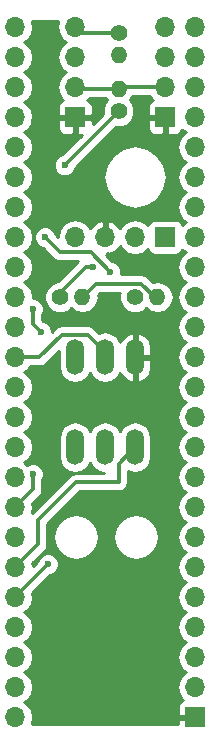
<source format=gbl>
G04 #@! TF.FileFunction,Copper,L2,Bot,Signal*
%FSLAX46Y46*%
G04 Gerber Fmt 4.6, Leading zero omitted, Abs format (unit mm)*
G04 Created by KiCad (PCBNEW 4.0.6) date 05/30/17 16:39:26*
%MOMM*%
%LPD*%
G01*
G04 APERTURE LIST*
%ADD10C,0.100000*%
%ADD11R,1.700000X1.700000*%
%ADD12O,1.700000X1.700000*%
%ADD13O,1.510000X3.010000*%
%ADD14C,1.400000*%
%ADD15O,1.400000X1.400000*%
%ADD16C,0.600000*%
%ADD17C,0.300000*%
%ADD18C,0.254000*%
G04 APERTURE END LIST*
D10*
D11*
X6350000Y52070000D03*
D12*
X6350000Y54610000D03*
X6350000Y57150000D03*
X6350000Y59690000D03*
D11*
X13970000Y41910000D03*
D12*
X11430000Y41910000D03*
X8890000Y41910000D03*
X6350000Y41910000D03*
D11*
X13970000Y52070000D03*
D12*
X13970000Y54610000D03*
X13970000Y57150000D03*
X13970000Y59690000D03*
D13*
X6350000Y24130000D03*
X8890000Y24130000D03*
X11430000Y24130000D03*
X6350000Y31750000D03*
X8890000Y31750000D03*
X11430000Y31750000D03*
D14*
X5080000Y36830000D03*
D15*
X6980000Y36830000D03*
D14*
X10040000Y52580000D03*
D15*
X10040000Y54480000D03*
D14*
X11430000Y36830000D03*
D15*
X13330000Y36830000D03*
D14*
X10040000Y59200000D03*
D15*
X10040000Y57300000D03*
D11*
X16510000Y1270000D03*
D12*
X1270000Y1270000D03*
X16510000Y3810000D03*
X1270000Y3810000D03*
X16510000Y6350000D03*
X1270000Y6350000D03*
X16510000Y8890000D03*
X1270000Y8890000D03*
X16510000Y11430000D03*
X1270000Y11430000D03*
X16510000Y13970000D03*
X1270000Y13970000D03*
X16510000Y16510000D03*
X1270000Y16510000D03*
X16510000Y19050000D03*
X1270000Y19050000D03*
X16510000Y21590000D03*
X1270000Y21590000D03*
X16510000Y24130000D03*
X1270000Y24130000D03*
X16510000Y26670000D03*
X1270000Y26670000D03*
X16510000Y29210000D03*
X1270000Y29210000D03*
X16510000Y31750000D03*
X1270000Y31750000D03*
X16510000Y34290000D03*
X1270000Y34290000D03*
X16510000Y36830000D03*
X1270000Y36830000D03*
X16510000Y39370000D03*
X1270000Y39370000D03*
X16510000Y41910000D03*
X1270000Y41910000D03*
X16510000Y44450000D03*
X1270000Y44450000D03*
X16510000Y46990000D03*
X1270000Y46990000D03*
X16510000Y49530000D03*
X1270000Y49530000D03*
X16510000Y52070000D03*
X1270000Y52070000D03*
X16510000Y54610000D03*
X1270000Y54610000D03*
X16510000Y57150000D03*
X1270000Y57150000D03*
X16510000Y59690000D03*
X1270000Y59690000D03*
D16*
X9343684Y38973990D03*
X3810000Y41910000D03*
X7874000Y39370000D03*
X5461000Y48006000D03*
X2794000Y35814000D03*
X3429000Y33909000D03*
X2794000Y21844000D03*
X4064000Y14224000D03*
D17*
X5080000Y40640000D02*
X7677674Y40640000D01*
X7677674Y40640000D02*
X9343684Y38973990D01*
X3810000Y41910000D02*
X5080000Y40640000D01*
X6350000Y59690000D02*
X6858000Y59182000D01*
X6858000Y59182000D02*
X10033000Y59182000D01*
X10033000Y59182000D02*
X10040000Y59200000D01*
X5080000Y36830000D02*
X5080000Y37211000D01*
X5080000Y37211000D02*
X7239000Y39370000D01*
X7239000Y39370000D02*
X7874000Y39370000D01*
X10040000Y52580000D02*
X10033000Y52578000D01*
X10033000Y52578000D02*
X5461000Y48006000D01*
X2794000Y35814000D02*
X2794000Y34544000D01*
X2794000Y34544000D02*
X3429000Y33909000D01*
X2794000Y21844000D02*
X2794000Y20574000D01*
X2794000Y20574000D02*
X1270000Y19050000D01*
X8890000Y31750000D02*
X8890000Y32201748D01*
X8890000Y32201748D02*
X7436748Y33655000D01*
X7436748Y33655000D02*
X5207000Y33655000D01*
X5207000Y33655000D02*
X3302000Y31750000D01*
X3302000Y31750000D02*
X1270000Y31750000D01*
X6980000Y36830000D02*
X6985000Y36830000D01*
X6985000Y36830000D02*
X8128000Y37973000D01*
X8128000Y37973000D02*
X11938000Y37973000D01*
X13081000Y36830000D02*
X13330000Y36830000D01*
X11938000Y37973000D02*
X13081000Y36830000D01*
X10040000Y54480000D02*
X10033000Y54483000D01*
X10033000Y54483000D02*
X10160000Y54610000D01*
X10160000Y54610000D02*
X13970000Y54610000D01*
X6350000Y54610000D02*
X6477000Y54483000D01*
X6477000Y54483000D02*
X10033000Y54483000D01*
X1270000Y11430000D02*
X4064000Y14224000D01*
X1270000Y13970000D02*
X3230456Y15930456D01*
X3230456Y15930456D02*
X3230456Y17980669D01*
X3230456Y17980669D02*
X6424124Y21174337D01*
X6424124Y21174337D02*
X10033000Y21174337D01*
X10033000Y21174337D02*
X10033000Y22733000D01*
X10033000Y22733000D02*
X11430000Y24130000D01*
D18*
G36*
X4835907Y59690000D02*
X4948946Y59121715D01*
X5270853Y58639946D01*
X5600026Y58420000D01*
X5270853Y58200054D01*
X4948946Y57718285D01*
X4835907Y57150000D01*
X4948946Y56581715D01*
X5270853Y56099946D01*
X5600026Y55880000D01*
X5270853Y55660054D01*
X4948946Y55178285D01*
X4835907Y54610000D01*
X4948946Y54041715D01*
X5270853Y53559946D01*
X5314777Y53530597D01*
X5140302Y53458327D01*
X4961673Y53279699D01*
X4865000Y53046310D01*
X4865000Y52355750D01*
X5023750Y52197000D01*
X6223000Y52197000D01*
X6223000Y52217000D01*
X6477000Y52217000D01*
X6477000Y52197000D01*
X7676250Y52197000D01*
X7835000Y52355750D01*
X7835000Y53046310D01*
X7738327Y53279699D01*
X7559698Y53458327D01*
X7385223Y53530597D01*
X7429147Y53559946D01*
X7521392Y53698000D01*
X8970300Y53698000D01*
X9090348Y53518334D01*
X8908902Y53337204D01*
X8705232Y52846713D01*
X8704808Y52359966D01*
X7835000Y51490158D01*
X7835000Y51784250D01*
X7676250Y51943000D01*
X6477000Y51943000D01*
X6477000Y50743750D01*
X6635750Y50585000D01*
X6929842Y50585000D01*
X5285995Y48941153D01*
X5275833Y48941162D01*
X4932057Y48799117D01*
X4668808Y48536327D01*
X4526162Y48192799D01*
X4525838Y47820833D01*
X4667883Y47477057D01*
X4930673Y47213808D01*
X5274201Y47071162D01*
X5646167Y47070838D01*
X5989943Y47212883D01*
X6253192Y47475673D01*
X6395838Y47819201D01*
X6395848Y47830690D01*
X9810358Y51245200D01*
X10304383Y51244769D01*
X10795229Y51447582D01*
X11132484Y51784250D01*
X12485000Y51784250D01*
X12485000Y51093690D01*
X12581673Y50860301D01*
X12760302Y50681673D01*
X12993691Y50585000D01*
X13684250Y50585000D01*
X13843000Y50743750D01*
X13843000Y51943000D01*
X12643750Y51943000D01*
X12485000Y51784250D01*
X11132484Y51784250D01*
X11171098Y51822796D01*
X11374768Y52313287D01*
X11375231Y52844383D01*
X11172418Y53335229D01*
X10989644Y53518322D01*
X11194558Y53825000D01*
X12713750Y53825000D01*
X12890853Y53559946D01*
X12934777Y53530597D01*
X12760302Y53458327D01*
X12581673Y53279699D01*
X12485000Y53046310D01*
X12485000Y52355750D01*
X12643750Y52197000D01*
X13843000Y52197000D01*
X13843000Y52217000D01*
X14097000Y52217000D01*
X14097000Y52197000D01*
X14117000Y52197000D01*
X14117000Y51943000D01*
X14097000Y51943000D01*
X14097000Y50743750D01*
X14255750Y50585000D01*
X14946309Y50585000D01*
X15179698Y50681673D01*
X15358327Y50860301D01*
X15426903Y51025858D01*
X15430853Y51019946D01*
X15760026Y50800000D01*
X15430853Y50580054D01*
X15108946Y50098285D01*
X14995907Y49530000D01*
X15108946Y48961715D01*
X15430853Y48479946D01*
X15760026Y48260000D01*
X15430853Y48040054D01*
X15108946Y47558285D01*
X14995907Y46990000D01*
X15108946Y46421715D01*
X15430853Y45939946D01*
X15760026Y45720000D01*
X15430853Y45500054D01*
X15108946Y45018285D01*
X14995907Y44450000D01*
X15108946Y43881715D01*
X15430853Y43399946D01*
X15760026Y43180000D01*
X15430853Y42960054D01*
X15430029Y42958821D01*
X15423162Y42995317D01*
X15284090Y43211441D01*
X15071890Y43356431D01*
X14820000Y43407440D01*
X13120000Y43407440D01*
X12884683Y43363162D01*
X12668559Y43224090D01*
X12523569Y43011890D01*
X12509914Y42944459D01*
X12480054Y42989147D01*
X11998285Y43311054D01*
X11430000Y43424093D01*
X10861715Y43311054D01*
X10379946Y42989147D01*
X10152298Y42648447D01*
X10085183Y42791358D01*
X9656924Y43181645D01*
X9246890Y43351476D01*
X9017000Y43230155D01*
X9017000Y42037000D01*
X9037000Y42037000D01*
X9037000Y41783000D01*
X9017000Y41783000D01*
X9017000Y41763000D01*
X8763000Y41763000D01*
X8763000Y41783000D01*
X8743000Y41783000D01*
X8743000Y42037000D01*
X8763000Y42037000D01*
X8763000Y43230155D01*
X8533110Y43351476D01*
X8123076Y43181645D01*
X7694817Y42791358D01*
X7627702Y42648447D01*
X7400054Y42989147D01*
X6918285Y43311054D01*
X6350000Y43424093D01*
X5781715Y43311054D01*
X5299946Y42989147D01*
X4978039Y42507378D01*
X4869324Y41960834D01*
X4745153Y42085005D01*
X4745162Y42095167D01*
X4603117Y42438943D01*
X4340327Y42702192D01*
X3996799Y42844838D01*
X3624833Y42845162D01*
X3281057Y42703117D01*
X3017808Y42440327D01*
X2875162Y42096799D01*
X2874838Y41724833D01*
X3016883Y41381057D01*
X3279673Y41117808D01*
X3623201Y40975162D01*
X3634690Y40975152D01*
X4524921Y40084921D01*
X4779593Y39914755D01*
X5080000Y39855000D01*
X6613842Y39855000D01*
X4923979Y38165137D01*
X4815617Y38165231D01*
X4324771Y37962418D01*
X3948902Y37587204D01*
X3745232Y37096713D01*
X3744769Y36565617D01*
X3947582Y36074771D01*
X4322796Y35698902D01*
X4813287Y35495232D01*
X5344383Y35494769D01*
X5835229Y35697582D01*
X6018322Y35880356D01*
X6442964Y35596621D01*
X6953846Y35495000D01*
X7006154Y35495000D01*
X7517036Y35596621D01*
X7950142Y35886012D01*
X8239533Y36319118D01*
X8341154Y36830000D01*
X8300341Y37035183D01*
X8453158Y37188000D01*
X10133138Y37188000D01*
X10095232Y37096713D01*
X10094769Y36565617D01*
X10297582Y36074771D01*
X10672796Y35698902D01*
X11163287Y35495232D01*
X11694383Y35494769D01*
X12185229Y35697582D01*
X12368322Y35880356D01*
X12792964Y35596621D01*
X13303846Y35495000D01*
X13356154Y35495000D01*
X13867036Y35596621D01*
X14300142Y35886012D01*
X14589533Y36319118D01*
X14691154Y36830000D01*
X14589533Y37340882D01*
X14300142Y37773988D01*
X13867036Y38063379D01*
X13356154Y38165000D01*
X13303846Y38165000D01*
X12930434Y38090724D01*
X12493079Y38528079D01*
X12238407Y38698245D01*
X11938000Y38758000D01*
X10266401Y38758000D01*
X10278522Y38787191D01*
X10278846Y39159157D01*
X10136801Y39502933D01*
X9874011Y39766182D01*
X9530483Y39908828D01*
X9518994Y39908838D01*
X9002832Y40425000D01*
X9017002Y40425000D01*
X9017002Y40589844D01*
X9246890Y40468524D01*
X9656924Y40638355D01*
X10085183Y41028642D01*
X10152298Y41171553D01*
X10379946Y40830853D01*
X10861715Y40508946D01*
X11430000Y40395907D01*
X11998285Y40508946D01*
X12480054Y40830853D01*
X12507850Y40872452D01*
X12516838Y40824683D01*
X12655910Y40608559D01*
X12868110Y40463569D01*
X13120000Y40412560D01*
X14820000Y40412560D01*
X15055317Y40456838D01*
X15271441Y40595910D01*
X15416431Y40808110D01*
X15427841Y40864454D01*
X15430853Y40859946D01*
X15760026Y40640000D01*
X15430853Y40420054D01*
X15108946Y39938285D01*
X14995907Y39370000D01*
X15108946Y38801715D01*
X15430853Y38319946D01*
X15760026Y38100000D01*
X15430853Y37880054D01*
X15108946Y37398285D01*
X14995907Y36830000D01*
X15108946Y36261715D01*
X15430853Y35779946D01*
X15760026Y35560000D01*
X15430853Y35340054D01*
X15108946Y34858285D01*
X14995907Y34290000D01*
X15108946Y33721715D01*
X15430853Y33239946D01*
X15760026Y33020000D01*
X15430853Y32800054D01*
X15108946Y32318285D01*
X14995907Y31750000D01*
X15108946Y31181715D01*
X15430853Y30699946D01*
X15760026Y30480000D01*
X15430853Y30260054D01*
X15108946Y29778285D01*
X14995907Y29210000D01*
X15108946Y28641715D01*
X15430853Y28159946D01*
X15760026Y27940000D01*
X15430853Y27720054D01*
X15108946Y27238285D01*
X14995907Y26670000D01*
X15108946Y26101715D01*
X15430853Y25619946D01*
X15760026Y25400000D01*
X15430853Y25180054D01*
X15108946Y24698285D01*
X14995907Y24130000D01*
X15108946Y23561715D01*
X15430853Y23079946D01*
X15760026Y22860000D01*
X15430853Y22640054D01*
X15108946Y22158285D01*
X14995907Y21590000D01*
X15108946Y21021715D01*
X15430853Y20539946D01*
X15760026Y20320000D01*
X15430853Y20100054D01*
X15108946Y19618285D01*
X14995907Y19050000D01*
X15108946Y18481715D01*
X15430853Y17999946D01*
X15760026Y17780000D01*
X15430853Y17560054D01*
X15108946Y17078285D01*
X14995907Y16510000D01*
X15108946Y15941715D01*
X15430853Y15459946D01*
X15760026Y15240000D01*
X15430853Y15020054D01*
X15108946Y14538285D01*
X14995907Y13970000D01*
X15108946Y13401715D01*
X15430853Y12919946D01*
X15760026Y12700000D01*
X15430853Y12480054D01*
X15108946Y11998285D01*
X14995907Y11430000D01*
X15108946Y10861715D01*
X15430853Y10379946D01*
X15760026Y10160000D01*
X15430853Y9940054D01*
X15108946Y9458285D01*
X14995907Y8890000D01*
X15108946Y8321715D01*
X15430853Y7839946D01*
X15760026Y7620000D01*
X15430853Y7400054D01*
X15108946Y6918285D01*
X14995907Y6350000D01*
X15108946Y5781715D01*
X15430853Y5299946D01*
X15760026Y5080000D01*
X15430853Y4860054D01*
X15108946Y4378285D01*
X14995907Y3810000D01*
X15108946Y3241715D01*
X15430853Y2759946D01*
X15474777Y2730597D01*
X15300302Y2658327D01*
X15121673Y2479699D01*
X15025000Y2246310D01*
X15025000Y1555750D01*
X15183750Y1397000D01*
X16383000Y1397000D01*
X16383000Y1417000D01*
X16637000Y1417000D01*
X16637000Y1397000D01*
X16657000Y1397000D01*
X16657000Y1143000D01*
X16637000Y1143000D01*
X16637000Y1123000D01*
X16383000Y1123000D01*
X16383000Y1143000D01*
X15183750Y1143000D01*
X15025000Y984250D01*
X15025000Y710000D01*
X2672702Y710000D01*
X2784093Y1270000D01*
X2671054Y1838285D01*
X2349147Y2320054D01*
X2019974Y2540000D01*
X2349147Y2759946D01*
X2671054Y3241715D01*
X2784093Y3810000D01*
X2671054Y4378285D01*
X2349147Y4860054D01*
X2019974Y5080000D01*
X2349147Y5299946D01*
X2671054Y5781715D01*
X2784093Y6350000D01*
X2671054Y6918285D01*
X2349147Y7400054D01*
X2019974Y7620000D01*
X2349147Y7839946D01*
X2671054Y8321715D01*
X2784093Y8890000D01*
X2671054Y9458285D01*
X2349147Y9940054D01*
X2019974Y10160000D01*
X2349147Y10379946D01*
X2671054Y10861715D01*
X2784093Y11430000D01*
X2717076Y11766918D01*
X4239005Y13288847D01*
X4249167Y13288838D01*
X4592943Y13430883D01*
X4856192Y13693673D01*
X4998838Y14037201D01*
X4999162Y14409167D01*
X4857117Y14752943D01*
X4594327Y15016192D01*
X4250799Y15158838D01*
X3878833Y15159162D01*
X3535057Y15017117D01*
X3271808Y14754327D01*
X3129162Y14410799D01*
X3129152Y14399310D01*
X2770115Y14040273D01*
X2717076Y14306918D01*
X3785532Y15375375D01*
X3785535Y15375377D01*
X3955701Y15630050D01*
X4015456Y15930456D01*
X4015456Y16510000D01*
X4475000Y16510000D01*
X4622293Y15769508D01*
X5041748Y15141748D01*
X5669508Y14722293D01*
X6410000Y14575000D01*
X7150492Y14722293D01*
X7778252Y15141748D01*
X8197707Y15769508D01*
X8345000Y16510000D01*
X9555000Y16510000D01*
X9702293Y15769508D01*
X10121748Y15141748D01*
X10749508Y14722293D01*
X11490000Y14575000D01*
X12230492Y14722293D01*
X12858252Y15141748D01*
X13277707Y15769508D01*
X13425000Y16510000D01*
X13277707Y17250492D01*
X12858252Y17878252D01*
X12230492Y18297707D01*
X11490000Y18445000D01*
X10749508Y18297707D01*
X10121748Y17878252D01*
X9702293Y17250492D01*
X9555000Y16510000D01*
X8345000Y16510000D01*
X8197707Y17250492D01*
X7778252Y17878252D01*
X7150492Y18297707D01*
X6410000Y18445000D01*
X5669508Y18297707D01*
X5041748Y17878252D01*
X4622293Y17250492D01*
X4475000Y16510000D01*
X4015456Y16510000D01*
X4015456Y17655511D01*
X6749282Y20389337D01*
X10033000Y20389337D01*
X10333406Y20449092D01*
X10588079Y20619258D01*
X10758245Y20873931D01*
X10818000Y21174337D01*
X10818000Y22107383D01*
X10898070Y22053882D01*
X11430000Y21948075D01*
X11961930Y22053882D01*
X12412878Y22355197D01*
X12714193Y22806145D01*
X12820000Y23338075D01*
X12820000Y24921925D01*
X12714193Y25453855D01*
X12412878Y25904803D01*
X11961930Y26206118D01*
X11430000Y26311925D01*
X10898070Y26206118D01*
X10447122Y25904803D01*
X10160000Y25475096D01*
X9872878Y25904803D01*
X9421930Y26206118D01*
X8890000Y26311925D01*
X8358070Y26206118D01*
X7907122Y25904803D01*
X7620000Y25475096D01*
X7332878Y25904803D01*
X6881930Y26206118D01*
X6350000Y26311925D01*
X5818070Y26206118D01*
X5367122Y25904803D01*
X5065807Y25453855D01*
X4960000Y24921925D01*
X4960000Y23338075D01*
X5065807Y22806145D01*
X5367122Y22355197D01*
X5818070Y22053882D01*
X6350000Y21948075D01*
X6881930Y22053882D01*
X7332878Y22355197D01*
X7620000Y22784904D01*
X7907122Y22355197D01*
X8358070Y22053882D01*
X8833382Y21959337D01*
X6424129Y21959337D01*
X6424124Y21959338D01*
X6123718Y21899582D01*
X5869045Y21729416D01*
X2683397Y18543768D01*
X2784093Y19050000D01*
X2717076Y19386918D01*
X3349076Y20018919D01*
X3349079Y20018921D01*
X3519245Y20273594D01*
X3579000Y20574000D01*
X3579000Y21306494D01*
X3586192Y21313673D01*
X3728838Y21657201D01*
X3729162Y22029167D01*
X3587117Y22372943D01*
X3324327Y22636192D01*
X2980799Y22778838D01*
X2608833Y22779162D01*
X2319732Y22659708D01*
X2019974Y22860000D01*
X2349147Y23079946D01*
X2671054Y23561715D01*
X2784093Y24130000D01*
X2671054Y24698285D01*
X2349147Y25180054D01*
X2019974Y25400000D01*
X2349147Y25619946D01*
X2671054Y26101715D01*
X2784093Y26670000D01*
X2671054Y27238285D01*
X2349147Y27720054D01*
X2019974Y27940000D01*
X2349147Y28159946D01*
X2671054Y28641715D01*
X2784093Y29210000D01*
X2671054Y29778285D01*
X2349147Y30260054D01*
X2019974Y30480000D01*
X2349147Y30699946D01*
X2526250Y30965000D01*
X3302000Y30965000D01*
X3602407Y31024755D01*
X3857079Y31194921D01*
X4960000Y32297842D01*
X4960000Y30958075D01*
X5065807Y30426145D01*
X5367122Y29975197D01*
X5818070Y29673882D01*
X6350000Y29568075D01*
X6881930Y29673882D01*
X7332878Y29975197D01*
X7620000Y30404904D01*
X7907122Y29975197D01*
X8358070Y29673882D01*
X8890000Y29568075D01*
X9421930Y29673882D01*
X9872878Y29975197D01*
X10172751Y30423987D01*
X10194408Y30350737D01*
X10536924Y29927319D01*
X11015403Y29667207D01*
X11088029Y29652723D01*
X11303000Y29775317D01*
X11303000Y31623000D01*
X11557000Y31623000D01*
X11557000Y29775317D01*
X11771971Y29652723D01*
X11844597Y29667207D01*
X12323076Y29927319D01*
X12665592Y30350737D01*
X12820000Y30873000D01*
X12820000Y31623000D01*
X11557000Y31623000D01*
X11303000Y31623000D01*
X11283000Y31623000D01*
X11283000Y31877000D01*
X11303000Y31877000D01*
X11303000Y33724683D01*
X11557000Y33724683D01*
X11557000Y31877000D01*
X12820000Y31877000D01*
X12820000Y32627000D01*
X12665592Y33149263D01*
X12323076Y33572681D01*
X11844597Y33832793D01*
X11771971Y33847277D01*
X11557000Y33724683D01*
X11303000Y33724683D01*
X11088029Y33847277D01*
X11015403Y33832793D01*
X10536924Y33572681D01*
X10194408Y33149263D01*
X10172751Y33076013D01*
X9872878Y33524803D01*
X9421930Y33826118D01*
X8890000Y33931925D01*
X8372848Y33829058D01*
X7991827Y34210079D01*
X7737155Y34380245D01*
X7436748Y34440000D01*
X5207000Y34440000D01*
X4906594Y34380245D01*
X4651921Y34210079D01*
X4364012Y33922170D01*
X4364162Y34094167D01*
X4222117Y34437943D01*
X3959327Y34701192D01*
X3615799Y34843838D01*
X3604310Y34843848D01*
X3579000Y34869158D01*
X3579000Y35276494D01*
X3586192Y35283673D01*
X3728838Y35627201D01*
X3729162Y35999167D01*
X3587117Y36342943D01*
X3324327Y36606192D01*
X2980799Y36748838D01*
X2767986Y36749023D01*
X2784093Y36830000D01*
X2671054Y37398285D01*
X2349147Y37880054D01*
X2019974Y38100000D01*
X2349147Y38319946D01*
X2671054Y38801715D01*
X2784093Y39370000D01*
X2671054Y39938285D01*
X2349147Y40420054D01*
X2019974Y40640000D01*
X2349147Y40859946D01*
X2671054Y41341715D01*
X2784093Y41910000D01*
X2671054Y42478285D01*
X2349147Y42960054D01*
X2019974Y43180000D01*
X2349147Y43399946D01*
X2671054Y43881715D01*
X2784093Y44450000D01*
X2671054Y45018285D01*
X2349147Y45500054D01*
X2019974Y45720000D01*
X2349147Y45939946D01*
X2671054Y46421715D01*
X2784093Y46990000D01*
X8745000Y46990000D01*
X8949383Y45962495D01*
X9531418Y45091418D01*
X10402495Y44509383D01*
X11430000Y44305000D01*
X12457505Y44509383D01*
X13328582Y45091418D01*
X13910617Y45962495D01*
X14115000Y46990000D01*
X13910617Y48017505D01*
X13328582Y48888582D01*
X12457505Y49470617D01*
X11430000Y49675000D01*
X10402495Y49470617D01*
X9531418Y48888582D01*
X8949383Y48017505D01*
X8745000Y46990000D01*
X2784093Y46990000D01*
X2671054Y47558285D01*
X2349147Y48040054D01*
X2019974Y48260000D01*
X2349147Y48479946D01*
X2671054Y48961715D01*
X2784093Y49530000D01*
X2671054Y50098285D01*
X2349147Y50580054D01*
X2019974Y50800000D01*
X2349147Y51019946D01*
X2671054Y51501715D01*
X2727253Y51784250D01*
X4865000Y51784250D01*
X4865000Y51093690D01*
X4961673Y50860301D01*
X5140302Y50681673D01*
X5373691Y50585000D01*
X6064250Y50585000D01*
X6223000Y50743750D01*
X6223000Y51943000D01*
X5023750Y51943000D01*
X4865000Y51784250D01*
X2727253Y51784250D01*
X2784093Y52070000D01*
X2671054Y52638285D01*
X2349147Y53120054D01*
X2019974Y53340000D01*
X2349147Y53559946D01*
X2671054Y54041715D01*
X2784093Y54610000D01*
X2671054Y55178285D01*
X2349147Y55660054D01*
X2019974Y55880000D01*
X2349147Y56099946D01*
X2671054Y56581715D01*
X2784093Y57150000D01*
X2671054Y57718285D01*
X2349147Y58200054D01*
X2019974Y58420000D01*
X2349147Y58639946D01*
X2671054Y59121715D01*
X2784093Y59690000D01*
X2672702Y60250000D01*
X4947298Y60250000D01*
X4835907Y59690000D01*
X4835907Y59690000D01*
G37*
X4835907Y59690000D02*
X4948946Y59121715D01*
X5270853Y58639946D01*
X5600026Y58420000D01*
X5270853Y58200054D01*
X4948946Y57718285D01*
X4835907Y57150000D01*
X4948946Y56581715D01*
X5270853Y56099946D01*
X5600026Y55880000D01*
X5270853Y55660054D01*
X4948946Y55178285D01*
X4835907Y54610000D01*
X4948946Y54041715D01*
X5270853Y53559946D01*
X5314777Y53530597D01*
X5140302Y53458327D01*
X4961673Y53279699D01*
X4865000Y53046310D01*
X4865000Y52355750D01*
X5023750Y52197000D01*
X6223000Y52197000D01*
X6223000Y52217000D01*
X6477000Y52217000D01*
X6477000Y52197000D01*
X7676250Y52197000D01*
X7835000Y52355750D01*
X7835000Y53046310D01*
X7738327Y53279699D01*
X7559698Y53458327D01*
X7385223Y53530597D01*
X7429147Y53559946D01*
X7521392Y53698000D01*
X8970300Y53698000D01*
X9090348Y53518334D01*
X8908902Y53337204D01*
X8705232Y52846713D01*
X8704808Y52359966D01*
X7835000Y51490158D01*
X7835000Y51784250D01*
X7676250Y51943000D01*
X6477000Y51943000D01*
X6477000Y50743750D01*
X6635750Y50585000D01*
X6929842Y50585000D01*
X5285995Y48941153D01*
X5275833Y48941162D01*
X4932057Y48799117D01*
X4668808Y48536327D01*
X4526162Y48192799D01*
X4525838Y47820833D01*
X4667883Y47477057D01*
X4930673Y47213808D01*
X5274201Y47071162D01*
X5646167Y47070838D01*
X5989943Y47212883D01*
X6253192Y47475673D01*
X6395838Y47819201D01*
X6395848Y47830690D01*
X9810358Y51245200D01*
X10304383Y51244769D01*
X10795229Y51447582D01*
X11132484Y51784250D01*
X12485000Y51784250D01*
X12485000Y51093690D01*
X12581673Y50860301D01*
X12760302Y50681673D01*
X12993691Y50585000D01*
X13684250Y50585000D01*
X13843000Y50743750D01*
X13843000Y51943000D01*
X12643750Y51943000D01*
X12485000Y51784250D01*
X11132484Y51784250D01*
X11171098Y51822796D01*
X11374768Y52313287D01*
X11375231Y52844383D01*
X11172418Y53335229D01*
X10989644Y53518322D01*
X11194558Y53825000D01*
X12713750Y53825000D01*
X12890853Y53559946D01*
X12934777Y53530597D01*
X12760302Y53458327D01*
X12581673Y53279699D01*
X12485000Y53046310D01*
X12485000Y52355750D01*
X12643750Y52197000D01*
X13843000Y52197000D01*
X13843000Y52217000D01*
X14097000Y52217000D01*
X14097000Y52197000D01*
X14117000Y52197000D01*
X14117000Y51943000D01*
X14097000Y51943000D01*
X14097000Y50743750D01*
X14255750Y50585000D01*
X14946309Y50585000D01*
X15179698Y50681673D01*
X15358327Y50860301D01*
X15426903Y51025858D01*
X15430853Y51019946D01*
X15760026Y50800000D01*
X15430853Y50580054D01*
X15108946Y50098285D01*
X14995907Y49530000D01*
X15108946Y48961715D01*
X15430853Y48479946D01*
X15760026Y48260000D01*
X15430853Y48040054D01*
X15108946Y47558285D01*
X14995907Y46990000D01*
X15108946Y46421715D01*
X15430853Y45939946D01*
X15760026Y45720000D01*
X15430853Y45500054D01*
X15108946Y45018285D01*
X14995907Y44450000D01*
X15108946Y43881715D01*
X15430853Y43399946D01*
X15760026Y43180000D01*
X15430853Y42960054D01*
X15430029Y42958821D01*
X15423162Y42995317D01*
X15284090Y43211441D01*
X15071890Y43356431D01*
X14820000Y43407440D01*
X13120000Y43407440D01*
X12884683Y43363162D01*
X12668559Y43224090D01*
X12523569Y43011890D01*
X12509914Y42944459D01*
X12480054Y42989147D01*
X11998285Y43311054D01*
X11430000Y43424093D01*
X10861715Y43311054D01*
X10379946Y42989147D01*
X10152298Y42648447D01*
X10085183Y42791358D01*
X9656924Y43181645D01*
X9246890Y43351476D01*
X9017000Y43230155D01*
X9017000Y42037000D01*
X9037000Y42037000D01*
X9037000Y41783000D01*
X9017000Y41783000D01*
X9017000Y41763000D01*
X8763000Y41763000D01*
X8763000Y41783000D01*
X8743000Y41783000D01*
X8743000Y42037000D01*
X8763000Y42037000D01*
X8763000Y43230155D01*
X8533110Y43351476D01*
X8123076Y43181645D01*
X7694817Y42791358D01*
X7627702Y42648447D01*
X7400054Y42989147D01*
X6918285Y43311054D01*
X6350000Y43424093D01*
X5781715Y43311054D01*
X5299946Y42989147D01*
X4978039Y42507378D01*
X4869324Y41960834D01*
X4745153Y42085005D01*
X4745162Y42095167D01*
X4603117Y42438943D01*
X4340327Y42702192D01*
X3996799Y42844838D01*
X3624833Y42845162D01*
X3281057Y42703117D01*
X3017808Y42440327D01*
X2875162Y42096799D01*
X2874838Y41724833D01*
X3016883Y41381057D01*
X3279673Y41117808D01*
X3623201Y40975162D01*
X3634690Y40975152D01*
X4524921Y40084921D01*
X4779593Y39914755D01*
X5080000Y39855000D01*
X6613842Y39855000D01*
X4923979Y38165137D01*
X4815617Y38165231D01*
X4324771Y37962418D01*
X3948902Y37587204D01*
X3745232Y37096713D01*
X3744769Y36565617D01*
X3947582Y36074771D01*
X4322796Y35698902D01*
X4813287Y35495232D01*
X5344383Y35494769D01*
X5835229Y35697582D01*
X6018322Y35880356D01*
X6442964Y35596621D01*
X6953846Y35495000D01*
X7006154Y35495000D01*
X7517036Y35596621D01*
X7950142Y35886012D01*
X8239533Y36319118D01*
X8341154Y36830000D01*
X8300341Y37035183D01*
X8453158Y37188000D01*
X10133138Y37188000D01*
X10095232Y37096713D01*
X10094769Y36565617D01*
X10297582Y36074771D01*
X10672796Y35698902D01*
X11163287Y35495232D01*
X11694383Y35494769D01*
X12185229Y35697582D01*
X12368322Y35880356D01*
X12792964Y35596621D01*
X13303846Y35495000D01*
X13356154Y35495000D01*
X13867036Y35596621D01*
X14300142Y35886012D01*
X14589533Y36319118D01*
X14691154Y36830000D01*
X14589533Y37340882D01*
X14300142Y37773988D01*
X13867036Y38063379D01*
X13356154Y38165000D01*
X13303846Y38165000D01*
X12930434Y38090724D01*
X12493079Y38528079D01*
X12238407Y38698245D01*
X11938000Y38758000D01*
X10266401Y38758000D01*
X10278522Y38787191D01*
X10278846Y39159157D01*
X10136801Y39502933D01*
X9874011Y39766182D01*
X9530483Y39908828D01*
X9518994Y39908838D01*
X9002832Y40425000D01*
X9017002Y40425000D01*
X9017002Y40589844D01*
X9246890Y40468524D01*
X9656924Y40638355D01*
X10085183Y41028642D01*
X10152298Y41171553D01*
X10379946Y40830853D01*
X10861715Y40508946D01*
X11430000Y40395907D01*
X11998285Y40508946D01*
X12480054Y40830853D01*
X12507850Y40872452D01*
X12516838Y40824683D01*
X12655910Y40608559D01*
X12868110Y40463569D01*
X13120000Y40412560D01*
X14820000Y40412560D01*
X15055317Y40456838D01*
X15271441Y40595910D01*
X15416431Y40808110D01*
X15427841Y40864454D01*
X15430853Y40859946D01*
X15760026Y40640000D01*
X15430853Y40420054D01*
X15108946Y39938285D01*
X14995907Y39370000D01*
X15108946Y38801715D01*
X15430853Y38319946D01*
X15760026Y38100000D01*
X15430853Y37880054D01*
X15108946Y37398285D01*
X14995907Y36830000D01*
X15108946Y36261715D01*
X15430853Y35779946D01*
X15760026Y35560000D01*
X15430853Y35340054D01*
X15108946Y34858285D01*
X14995907Y34290000D01*
X15108946Y33721715D01*
X15430853Y33239946D01*
X15760026Y33020000D01*
X15430853Y32800054D01*
X15108946Y32318285D01*
X14995907Y31750000D01*
X15108946Y31181715D01*
X15430853Y30699946D01*
X15760026Y30480000D01*
X15430853Y30260054D01*
X15108946Y29778285D01*
X14995907Y29210000D01*
X15108946Y28641715D01*
X15430853Y28159946D01*
X15760026Y27940000D01*
X15430853Y27720054D01*
X15108946Y27238285D01*
X14995907Y26670000D01*
X15108946Y26101715D01*
X15430853Y25619946D01*
X15760026Y25400000D01*
X15430853Y25180054D01*
X15108946Y24698285D01*
X14995907Y24130000D01*
X15108946Y23561715D01*
X15430853Y23079946D01*
X15760026Y22860000D01*
X15430853Y22640054D01*
X15108946Y22158285D01*
X14995907Y21590000D01*
X15108946Y21021715D01*
X15430853Y20539946D01*
X15760026Y20320000D01*
X15430853Y20100054D01*
X15108946Y19618285D01*
X14995907Y19050000D01*
X15108946Y18481715D01*
X15430853Y17999946D01*
X15760026Y17780000D01*
X15430853Y17560054D01*
X15108946Y17078285D01*
X14995907Y16510000D01*
X15108946Y15941715D01*
X15430853Y15459946D01*
X15760026Y15240000D01*
X15430853Y15020054D01*
X15108946Y14538285D01*
X14995907Y13970000D01*
X15108946Y13401715D01*
X15430853Y12919946D01*
X15760026Y12700000D01*
X15430853Y12480054D01*
X15108946Y11998285D01*
X14995907Y11430000D01*
X15108946Y10861715D01*
X15430853Y10379946D01*
X15760026Y10160000D01*
X15430853Y9940054D01*
X15108946Y9458285D01*
X14995907Y8890000D01*
X15108946Y8321715D01*
X15430853Y7839946D01*
X15760026Y7620000D01*
X15430853Y7400054D01*
X15108946Y6918285D01*
X14995907Y6350000D01*
X15108946Y5781715D01*
X15430853Y5299946D01*
X15760026Y5080000D01*
X15430853Y4860054D01*
X15108946Y4378285D01*
X14995907Y3810000D01*
X15108946Y3241715D01*
X15430853Y2759946D01*
X15474777Y2730597D01*
X15300302Y2658327D01*
X15121673Y2479699D01*
X15025000Y2246310D01*
X15025000Y1555750D01*
X15183750Y1397000D01*
X16383000Y1397000D01*
X16383000Y1417000D01*
X16637000Y1417000D01*
X16637000Y1397000D01*
X16657000Y1397000D01*
X16657000Y1143000D01*
X16637000Y1143000D01*
X16637000Y1123000D01*
X16383000Y1123000D01*
X16383000Y1143000D01*
X15183750Y1143000D01*
X15025000Y984250D01*
X15025000Y710000D01*
X2672702Y710000D01*
X2784093Y1270000D01*
X2671054Y1838285D01*
X2349147Y2320054D01*
X2019974Y2540000D01*
X2349147Y2759946D01*
X2671054Y3241715D01*
X2784093Y3810000D01*
X2671054Y4378285D01*
X2349147Y4860054D01*
X2019974Y5080000D01*
X2349147Y5299946D01*
X2671054Y5781715D01*
X2784093Y6350000D01*
X2671054Y6918285D01*
X2349147Y7400054D01*
X2019974Y7620000D01*
X2349147Y7839946D01*
X2671054Y8321715D01*
X2784093Y8890000D01*
X2671054Y9458285D01*
X2349147Y9940054D01*
X2019974Y10160000D01*
X2349147Y10379946D01*
X2671054Y10861715D01*
X2784093Y11430000D01*
X2717076Y11766918D01*
X4239005Y13288847D01*
X4249167Y13288838D01*
X4592943Y13430883D01*
X4856192Y13693673D01*
X4998838Y14037201D01*
X4999162Y14409167D01*
X4857117Y14752943D01*
X4594327Y15016192D01*
X4250799Y15158838D01*
X3878833Y15159162D01*
X3535057Y15017117D01*
X3271808Y14754327D01*
X3129162Y14410799D01*
X3129152Y14399310D01*
X2770115Y14040273D01*
X2717076Y14306918D01*
X3785532Y15375375D01*
X3785535Y15375377D01*
X3955701Y15630050D01*
X4015456Y15930456D01*
X4015456Y16510000D01*
X4475000Y16510000D01*
X4622293Y15769508D01*
X5041748Y15141748D01*
X5669508Y14722293D01*
X6410000Y14575000D01*
X7150492Y14722293D01*
X7778252Y15141748D01*
X8197707Y15769508D01*
X8345000Y16510000D01*
X9555000Y16510000D01*
X9702293Y15769508D01*
X10121748Y15141748D01*
X10749508Y14722293D01*
X11490000Y14575000D01*
X12230492Y14722293D01*
X12858252Y15141748D01*
X13277707Y15769508D01*
X13425000Y16510000D01*
X13277707Y17250492D01*
X12858252Y17878252D01*
X12230492Y18297707D01*
X11490000Y18445000D01*
X10749508Y18297707D01*
X10121748Y17878252D01*
X9702293Y17250492D01*
X9555000Y16510000D01*
X8345000Y16510000D01*
X8197707Y17250492D01*
X7778252Y17878252D01*
X7150492Y18297707D01*
X6410000Y18445000D01*
X5669508Y18297707D01*
X5041748Y17878252D01*
X4622293Y17250492D01*
X4475000Y16510000D01*
X4015456Y16510000D01*
X4015456Y17655511D01*
X6749282Y20389337D01*
X10033000Y20389337D01*
X10333406Y20449092D01*
X10588079Y20619258D01*
X10758245Y20873931D01*
X10818000Y21174337D01*
X10818000Y22107383D01*
X10898070Y22053882D01*
X11430000Y21948075D01*
X11961930Y22053882D01*
X12412878Y22355197D01*
X12714193Y22806145D01*
X12820000Y23338075D01*
X12820000Y24921925D01*
X12714193Y25453855D01*
X12412878Y25904803D01*
X11961930Y26206118D01*
X11430000Y26311925D01*
X10898070Y26206118D01*
X10447122Y25904803D01*
X10160000Y25475096D01*
X9872878Y25904803D01*
X9421930Y26206118D01*
X8890000Y26311925D01*
X8358070Y26206118D01*
X7907122Y25904803D01*
X7620000Y25475096D01*
X7332878Y25904803D01*
X6881930Y26206118D01*
X6350000Y26311925D01*
X5818070Y26206118D01*
X5367122Y25904803D01*
X5065807Y25453855D01*
X4960000Y24921925D01*
X4960000Y23338075D01*
X5065807Y22806145D01*
X5367122Y22355197D01*
X5818070Y22053882D01*
X6350000Y21948075D01*
X6881930Y22053882D01*
X7332878Y22355197D01*
X7620000Y22784904D01*
X7907122Y22355197D01*
X8358070Y22053882D01*
X8833382Y21959337D01*
X6424129Y21959337D01*
X6424124Y21959338D01*
X6123718Y21899582D01*
X5869045Y21729416D01*
X2683397Y18543768D01*
X2784093Y19050000D01*
X2717076Y19386918D01*
X3349076Y20018919D01*
X3349079Y20018921D01*
X3519245Y20273594D01*
X3579000Y20574000D01*
X3579000Y21306494D01*
X3586192Y21313673D01*
X3728838Y21657201D01*
X3729162Y22029167D01*
X3587117Y22372943D01*
X3324327Y22636192D01*
X2980799Y22778838D01*
X2608833Y22779162D01*
X2319732Y22659708D01*
X2019974Y22860000D01*
X2349147Y23079946D01*
X2671054Y23561715D01*
X2784093Y24130000D01*
X2671054Y24698285D01*
X2349147Y25180054D01*
X2019974Y25400000D01*
X2349147Y25619946D01*
X2671054Y26101715D01*
X2784093Y26670000D01*
X2671054Y27238285D01*
X2349147Y27720054D01*
X2019974Y27940000D01*
X2349147Y28159946D01*
X2671054Y28641715D01*
X2784093Y29210000D01*
X2671054Y29778285D01*
X2349147Y30260054D01*
X2019974Y30480000D01*
X2349147Y30699946D01*
X2526250Y30965000D01*
X3302000Y30965000D01*
X3602407Y31024755D01*
X3857079Y31194921D01*
X4960000Y32297842D01*
X4960000Y30958075D01*
X5065807Y30426145D01*
X5367122Y29975197D01*
X5818070Y29673882D01*
X6350000Y29568075D01*
X6881930Y29673882D01*
X7332878Y29975197D01*
X7620000Y30404904D01*
X7907122Y29975197D01*
X8358070Y29673882D01*
X8890000Y29568075D01*
X9421930Y29673882D01*
X9872878Y29975197D01*
X10172751Y30423987D01*
X10194408Y30350737D01*
X10536924Y29927319D01*
X11015403Y29667207D01*
X11088029Y29652723D01*
X11303000Y29775317D01*
X11303000Y31623000D01*
X11557000Y31623000D01*
X11557000Y29775317D01*
X11771971Y29652723D01*
X11844597Y29667207D01*
X12323076Y29927319D01*
X12665592Y30350737D01*
X12820000Y30873000D01*
X12820000Y31623000D01*
X11557000Y31623000D01*
X11303000Y31623000D01*
X11283000Y31623000D01*
X11283000Y31877000D01*
X11303000Y31877000D01*
X11303000Y33724683D01*
X11557000Y33724683D01*
X11557000Y31877000D01*
X12820000Y31877000D01*
X12820000Y32627000D01*
X12665592Y33149263D01*
X12323076Y33572681D01*
X11844597Y33832793D01*
X11771971Y33847277D01*
X11557000Y33724683D01*
X11303000Y33724683D01*
X11088029Y33847277D01*
X11015403Y33832793D01*
X10536924Y33572681D01*
X10194408Y33149263D01*
X10172751Y33076013D01*
X9872878Y33524803D01*
X9421930Y33826118D01*
X8890000Y33931925D01*
X8372848Y33829058D01*
X7991827Y34210079D01*
X7737155Y34380245D01*
X7436748Y34440000D01*
X5207000Y34440000D01*
X4906594Y34380245D01*
X4651921Y34210079D01*
X4364012Y33922170D01*
X4364162Y34094167D01*
X4222117Y34437943D01*
X3959327Y34701192D01*
X3615799Y34843838D01*
X3604310Y34843848D01*
X3579000Y34869158D01*
X3579000Y35276494D01*
X3586192Y35283673D01*
X3728838Y35627201D01*
X3729162Y35999167D01*
X3587117Y36342943D01*
X3324327Y36606192D01*
X2980799Y36748838D01*
X2767986Y36749023D01*
X2784093Y36830000D01*
X2671054Y37398285D01*
X2349147Y37880054D01*
X2019974Y38100000D01*
X2349147Y38319946D01*
X2671054Y38801715D01*
X2784093Y39370000D01*
X2671054Y39938285D01*
X2349147Y40420054D01*
X2019974Y40640000D01*
X2349147Y40859946D01*
X2671054Y41341715D01*
X2784093Y41910000D01*
X2671054Y42478285D01*
X2349147Y42960054D01*
X2019974Y43180000D01*
X2349147Y43399946D01*
X2671054Y43881715D01*
X2784093Y44450000D01*
X2671054Y45018285D01*
X2349147Y45500054D01*
X2019974Y45720000D01*
X2349147Y45939946D01*
X2671054Y46421715D01*
X2784093Y46990000D01*
X8745000Y46990000D01*
X8949383Y45962495D01*
X9531418Y45091418D01*
X10402495Y44509383D01*
X11430000Y44305000D01*
X12457505Y44509383D01*
X13328582Y45091418D01*
X13910617Y45962495D01*
X14115000Y46990000D01*
X13910617Y48017505D01*
X13328582Y48888582D01*
X12457505Y49470617D01*
X11430000Y49675000D01*
X10402495Y49470617D01*
X9531418Y48888582D01*
X8949383Y48017505D01*
X8745000Y46990000D01*
X2784093Y46990000D01*
X2671054Y47558285D01*
X2349147Y48040054D01*
X2019974Y48260000D01*
X2349147Y48479946D01*
X2671054Y48961715D01*
X2784093Y49530000D01*
X2671054Y50098285D01*
X2349147Y50580054D01*
X2019974Y50800000D01*
X2349147Y51019946D01*
X2671054Y51501715D01*
X2727253Y51784250D01*
X4865000Y51784250D01*
X4865000Y51093690D01*
X4961673Y50860301D01*
X5140302Y50681673D01*
X5373691Y50585000D01*
X6064250Y50585000D01*
X6223000Y50743750D01*
X6223000Y51943000D01*
X5023750Y51943000D01*
X4865000Y51784250D01*
X2727253Y51784250D01*
X2784093Y52070000D01*
X2671054Y52638285D01*
X2349147Y53120054D01*
X2019974Y53340000D01*
X2349147Y53559946D01*
X2671054Y54041715D01*
X2784093Y54610000D01*
X2671054Y55178285D01*
X2349147Y55660054D01*
X2019974Y55880000D01*
X2349147Y56099946D01*
X2671054Y56581715D01*
X2784093Y57150000D01*
X2671054Y57718285D01*
X2349147Y58200054D01*
X2019974Y58420000D01*
X2349147Y58639946D01*
X2671054Y59121715D01*
X2784093Y59690000D01*
X2672702Y60250000D01*
X4947298Y60250000D01*
X4835907Y59690000D01*
M02*

</source>
